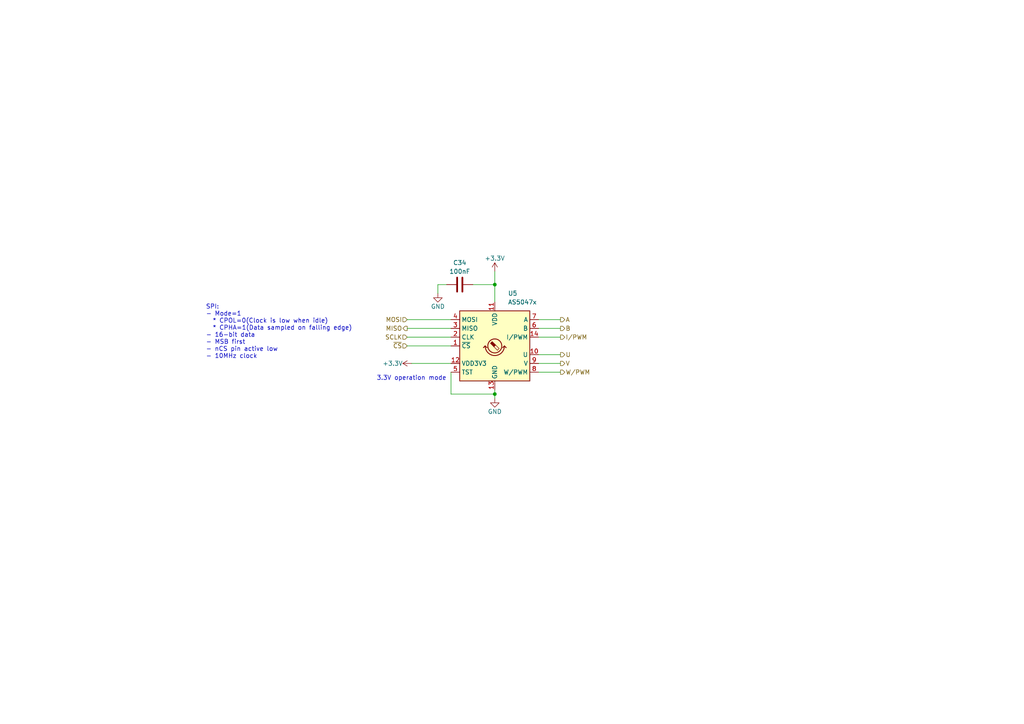
<source format=kicad_sch>
(kicad_sch (version 20230121) (generator eeschema)
  (paper "A4")
  (lib_symbols
    (symbol "Device:C" (pin_numbers hide) (pin_names (offset 0.254))
      (property "Reference" "C" (at 0.635 2.54 0))
      (property "Value" "C" (at 0.635 -2.54 0))
      (symbol "C_0_1"
        (polyline (pts (xy -2.032 -0.762) (xy 2.032 -0.762)) (stroke (width 0.508)))
        (polyline (pts (xy -2.032 0.762) (xy 2.032 0.762)) (stroke (width 0.508)))
      )
      (symbol "C_1_1"
        (pin passive line (at 0 3.81 270) (length 2.794) (name "~") (number "1"))
        (pin passive line (at 0 -3.81 90) (length 2.794) (name "~") (number "2"))
      )
    )
    (symbol "Sensor_Magnetic:AS5047D"
      (property "Reference" "U" (at -8.89 11.43 0))
      (property "Value" "AS5047D" (at 5.08 11.43 0))
      (symbol "AS5047D_1_1"
        (rectangle (start -10.16 10.16) (end 10.16 -10.16) (stroke (width 0.254)) (fill (type background)))
        (arc (start -2.794 0) (mid 0 -2.7819) (end 2.794 0) (stroke (width 0.254)))
        (polyline (pts (xy -2.794 0) (xy -3.302 -0.508)) (stroke (width 0.254)))
        (polyline (pts (xy -2.794 0) (xy -2.286 -0.508)) (stroke (width 0.254)))
        (polyline (pts (xy 2.794 0) (xy 2.286 -0.508)) (stroke (width 0.254)))
        (polyline (pts (xy 2.794 0) (xy 3.302 -0.508)) (stroke (width 0.254)))
        (polyline (pts (xy 0.254 0.254) (xy 1.27 -0.762) (xy 0.762 -1.27) (xy -0.254 -0.254)))
        (polyline (pts (xy -0.762 1.27) (xy 0.254 0.254) (xy -0.254 -0.254) (xy -1.27 0.762) (xy -1.016 1.016) (xy -0.762 1.27) (xy -0.635 1.143)) (fill (type outline)))
        (circle (center 0 0) (radius 2.032) (stroke (width 0.254)))
        (pin input line (at -12.7 0 0) (length 2.54) (name "~{CS}") (number "1"))
        (pin output line (at 12.7 -2.54 180) (length 2.54) (name "U") (number "10"))
        (pin power_in line (at 0 12.7 270) (length 2.54) (name "VDD") (number "11"))
        (pin power_out line (at -12.7 -5.08 0) (length 2.54) (name "VDD3V3") (number "12"))
        (pin power_in line (at 0 -12.7 90) (length 2.54) (name "GND") (number "13"))
        (pin output line (at 12.7 2.54 180) (length 2.54) (name "I/PWM") (number "14"))
        (pin input line (at -12.7 2.54 0) (length 2.54) (name "CLK") (number "2"))
        (pin output line (at -12.7 5.08 0) (length 2.54) (name "MISO") (number "3"))
        (pin input line (at -12.7 7.62 0) (length 2.54) (name "MOSI") (number "4"))
        (pin input line (at -12.7 -7.62 0) (length 2.54) (name "TST") (number "5"))
        (pin output line (at 12.7 5.08 180) (length 2.54) (name "B") (number "6"))
        (pin output line (at 12.7 7.62 180) (length 2.54) (name "A") (number "7"))
        (pin output line (at 12.7 -7.62 180) (length 2.54) (name "W/PWM") (number "8"))
        (pin output line (at 12.7 -5.08 180) (length 2.54) (name "V") (number "9"))
      )
    )
    (symbol "power:+3.3V" (power) (pin_names (offset 0))
      (property "Value" "+3.3V" (at 0 3.556 0))
      (symbol "+3.3V_0_1"
        (polyline (pts (xy -0.762 1.27) (xy 0 2.54)))
        (polyline (pts (xy 0 0) (xy 0 2.54)))
        (polyline (pts (xy 0 2.54) (xy 0.762 1.27)))
      )
      (symbol "+3.3V_1_1"
        (pin power_in line (at 0 0 90) (length 0) hide (name "+3.3V") (number "1"))
      )
    )
    (symbol "power:GND" (power) (pin_names (offset 0))
      (property "Value" "GND" (at 0 -3.81 0))
      (symbol "GND_0_1"
        (polyline (pts (xy 0 0) (xy 0 -1.27) (xy 1.27 -1.27) (xy 0 -2.54) (xy -1.27 -1.27) (xy 0 -1.27)))
      )
      (symbol "GND_1_1"
        (pin power_in line (at 0 0 270) (length 0) hide (name "GND") (number "1"))
      )
    )
  )
  (junction (at 143.51 82.55))
  (junction (at 143.51 114.3))
  (wire (pts (xy 156.21 97.79) (xy 162.56 97.79)))
  (wire (pts (xy 156.21 92.71) (xy 162.56 92.71)))
  (wire (pts (xy 130.81 107.95) (xy 130.81 114.3)))
  (wire (pts (xy 156.21 107.95) (xy 162.56 107.95)))
  (wire (pts (xy 118.11 97.79) (xy 130.81 97.79)))
  (wire (pts (xy 137.16 82.55) (xy 143.51 82.55)))
  (wire (pts (xy 156.21 102.87) (xy 162.56 102.87)))
  (wire (pts (xy 118.11 95.25) (xy 130.81 95.25)))
  (wire (pts (xy 118.11 100.33) (xy 130.81 100.33)))
  (wire (pts (xy 143.51 78.74) (xy 143.51 82.55)))
  (wire (pts (xy 130.81 114.3) (xy 143.51 114.3)))
  (wire (pts (xy 156.21 95.25) (xy 162.56 95.25)))
  (wire (pts (xy 119.38 105.41) (xy 130.81 105.41)))
  (wire (pts (xy 156.21 105.41) (xy 162.56 105.41)))
  (wire (pts (xy 127 82.55) (xy 127 85.09)))
  (wire (pts (xy 118.11 92.71) (xy 130.81 92.71)))
  (wire (pts (xy 143.51 115.57) (xy 143.51 114.3)))
  (wire (pts (xy 129.54 82.55) (xy 127 82.55)))
  (wire (pts (xy 143.51 114.3) (xy 143.51 113.03)))
  (wire (pts (xy 143.51 82.55) (xy 143.51 87.63)))
  (text "SPI:\n- Mode=1\n  * CPOL=0(Clock is low when idle)\n  * CPHA=1(Data sampled on falling edge)\n- 16-bit data\n- MSB first\n- nCS pin active low\n- 10MHz clock" (at 59.69 104.14 0) (effects (font (size 1.27 1.27)) (justify left bottom)))
  (text "3.3V operation mode" (at 109.22 110.49 0) (effects (font (size 1.27 1.27)) (justify left bottom)))
  (hierarchical_label "W{slash}PWM" (shape output) (at 162.56 107.95 0))
  (hierarchical_label "~{CS}" (shape input) (at 118.11 100.33 180))
  (hierarchical_label "A" (shape output) (at 162.56 92.71 0))
  (hierarchical_label "V" (shape output) (at 162.56 105.41 0))
  (hierarchical_label "B" (shape output) (at 162.56 95.25 0))
  (hierarchical_label "MISO" (shape output) (at 118.11 95.25 180))
  (hierarchical_label "MOSI" (shape input) (at 118.11 92.71 180))
  (hierarchical_label "I{slash}PWM" (shape output) (at 162.56 97.79 0))
  (hierarchical_label "U" (shape output) (at 162.56 102.87 0))
  (hierarchical_label "SCLK" (shape input) (at 118.11 97.79 180))
  (symbol (lib_id "Sensor_Magnetic:AS5047D") (at 143.51 100.33 0) (unit 1)
    (property "Reference" "U5" (at 147.32 85.09 0) (effects (justify left)))
    (property "Value" "AS5047x" (at 147.32 87.63 0) (effects (justify left)))
    (property "Footprint" "Package_SO:TSSOP-14_4.4x5mm_P0.65mm" (effects hide))
    (property "Datasheet" "https://ams.com/documents/20143/36005/AS5047D_DS000394_2-00.pdf" (effects hide))
    (property "JLCPCB Part #" "C962063" (effects hide))
    (property "MFR.Part #" "AS5047P-ATSM" (effects hide))
    (instances (project "moco-oi401" (path "" (reference "U5") (unit 1))) (project "moco-od501" (path "" (reference "U?") (unit 1))))
  )
  (symbol (lib_id "power:GND") (at 127 85.09 0) (unit 1)
    (property "Reference" "#PWR039" (effects hide))
    (property "Value" "GND" (at 127 88.9 0))
    (instances (project "moco-oi401" (path "" (reference "#PWR039") (unit 1))) (project "moco-od501" (path "" (reference "#PWR?") (unit 1))))
  )
  (symbol (lib_id "Device:C") (at 133.35 82.55 90) (unit 1)
    (property "Reference" "C34" (at 133.35 76.2 90))
    (property "Value" "100nF" (at 133.35 78.74 90))
    (property "Footprint" "Capacitor_SMD:C_0603_1608Metric_Pad1.08x0.95mm_HandSolder" (effects hide))
  )
  (symbol (lib_id "power:GND") (at 143.51 115.57 0) (unit 1)
    (property "Reference" "#PWR041" (effects hide))
    (property "Value" "GND" (at 143.51 119.38 0))
    (instances (project "moco-oi401" (path "" (reference "#PWR041") (unit 1))) (project "moco-od501" (path "" (reference "#PWR?") (unit 1))))
  )
  (symbol (lib_id "power:+3.3V") (at 119.38 105.41 90) (unit 1)
    (property "Reference" "#PWR040" (effects hide))
    (property "Value" "+3.3V" (at 116.84 105.41 90) (effects (justify left)))
    (instances (project "moco-oi401" (path "" (reference "#PWR040") (unit 1))) (project "moco-od501" (path "" (reference "#PWR?") (unit 1))))
  )
  (symbol (lib_id "power:+3.3V") (at 143.51 78.74 0) (unit 1)
    (property "Reference" "#PWR038" (effects hide))
    (property "Value" "+3.3V" (at 143.51 74.93 0))
    (instances (project "moco-oi401" (path "" (reference "#PWR038") (unit 1))) (project "moco-od501" (path "" (reference "#PWR?") (unit 1))))
  )
)
</source>
